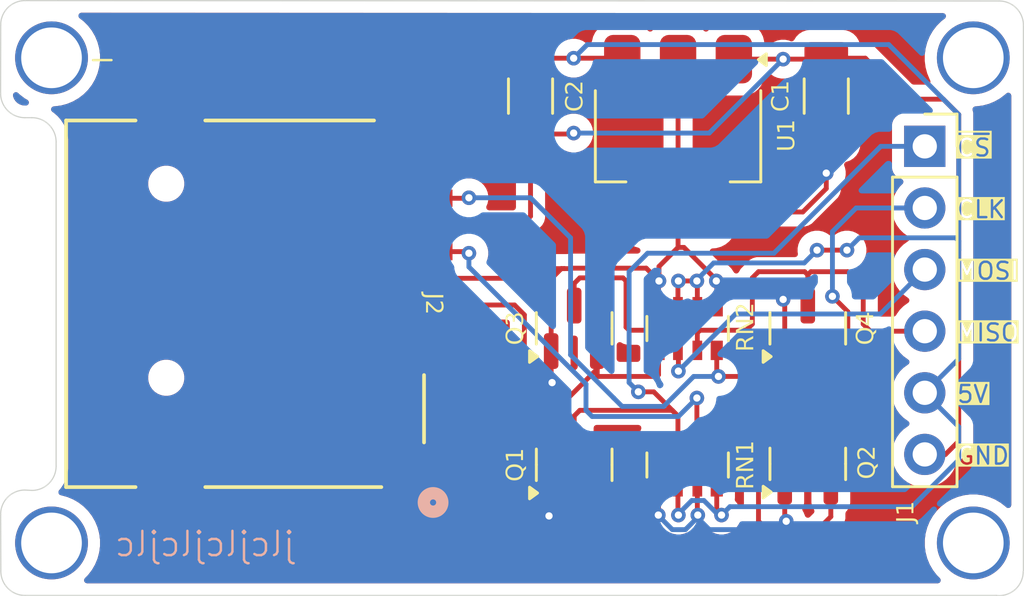
<source format=kicad_pcb>
(kicad_pcb (version 20241229) (generator "pcbnew") (generator_version "9.0")
  (title_block (title "SDCARD Adapter") (date "2025-01-25"))
  (layers (0 "F.Cu" signal) (2 "B.Cu" signal) (13 "F.Paste" user) (15 "B.Paste" user) (5 "F.SilkS" user "F.Silkscreen") (7 "B.SilkS" user "B.Silkscreen") (1 "F.Mask" user) (3 "B.Mask" user) (25 "Edge.Cuts" user))
  (net 0 "")
  (net 1 "GND")
  (net 2 "+3V3")
  (net 3 "+5V")
  (net 4 "MOSI")
  (net 5 "CLK")
  (net 6 "~{CS}")
  (net 7 "MISO")
  (net 8 "D0_LLS")
  (net 9 "DI_LLS")
  (net 10 "CS_LLS")
  (net 13 "SCK_LLS")
  (footprint "Package_TO_SOT_SMD:SOT-23" (layer "F.Cu") (at 58.755792 44.463758 90)
    (property "Reference" "Q2" (at 0.0595 2.47 270) (layer "F.SilkS") (effects (font (size 0.7 0.7) (thickness 0.1))))
    (property "Value" "BSS138")
    (fp_line (start 0 -1.56) (end 0.65 -1.56) (stroke (width 0.12)) (layer "F.SilkS"))
    (fp_line (start 0 -1.56) (end -0.65 -1.56) (stroke (width 0.12)) (layer "F.SilkS"))
    (fp_line (start 0 1.56) (end 0.65 1.56) (stroke (width 0.12)) (layer "F.SilkS"))
    (fp_line (start 0 1.56) (end -0.65 1.56) (stroke (width 0.12)) (layer "F.SilkS"))
    (fp_poly (pts (xy -1.1625 -1.51) (xy -1.4025 -1.84) (xy -0.9225 -1.84) (xy -1.1625 -1.51)) (stroke (width 0.12)) (fill yes) (layer "F.SilkS"))
    (pad "1" smd roundrect (at -0.9375 -0.95 90) (size 1.475 0.6) (layers "F.Cu" "F.Mask" "F.Paste") (net 2 "+3V3"))
    (pad "2" smd roundrect (at -0.9375 0.95 90) (size 1.475 0.6) (layers "F.Cu" "F.Mask" "F.Paste") (net 13 "SCK_LLS"))
    (pad "3" smd roundrect (at 0.9375 0 90) (size 1.475 0.6) (layers "F.Cu" "F.Mask" "F.Paste") (net 5 "CLK"))
  )
  (footprint "Package_TO_SOT_SMD:SOT-23" (layer "F.Cu") (at 58.755792 38.875758 90)
    (property "Reference" "Q4" (at 0 2.404 270) (layer "F.SilkS") (effects (font (size 0.7 0.7) (thickness 0.1))))
    (property "Value" "BSS138")
    (fp_line (start 0 -1.56) (end 0.65 -1.56) (stroke (width 0.12)) (layer "F.SilkS"))
    (fp_line (start 0 -1.56) (end -0.65 -1.56) (stroke (width 0.12)) (layer "F.SilkS"))
    (fp_line (start 0 1.56) (end 0.65 1.56) (stroke (width 0.12)) (layer "F.SilkS"))
    (fp_line (start 0 1.56) (end -0.65 1.56) (stroke (width 0.12)) (layer "F.SilkS"))
    (fp_poly (pts (xy -1.1625 -1.51) (xy -1.4025 -1.84) (xy -0.9225 -1.84) (xy -1.1625 -1.51)) (stroke (width 0.12)) (fill yes) (layer "F.SilkS"))
    (pad "1" smd roundrect (at -0.9375 -0.95 90) (size 1.475 0.6) (layers "F.Cu" "F.Mask" "F.Paste") (net 2 "+3V3"))
    (pad "2" smd roundrect (at -0.9375 0.95 90) (size 1.475 0.6) (layers "F.Cu" "F.Mask" "F.Paste") (net 8 "D0_LLS"))
    (pad "3" smd roundrect (at 0.9375 0 90) (size 1.475 0.6) (layers "F.Cu" "F.Mask" "F.Paste") (net 7 "MISO"))
  )
  (footprint "Package_TO_SOT_SMD:SOT-23" (layer "F.Cu") (at 49.125792 44.501758 90)
    (property "Reference" "Q1" (at 0 -2.4 270) (layer "F.SilkS") (effects (font (size 0.7 0.7) (thickness 0.1))))
    (property "Value" "BSS138")
    (fp_line (start 0 -1.56) (end 0.65 -1.56) (stroke (width 0.12)) (layer "F.SilkS"))
    (fp_line (start 0 -1.56) (end -0.65 -1.56) (stroke (width 0.12)) (layer "F.SilkS"))
    (fp_line (start 0 1.56) (end 0.65 1.56) (stroke (width 0.12)) (layer "F.SilkS"))
    (fp_line (start 0 1.56) (end -0.65 1.56) (stroke (width 0.12)) (layer "F.SilkS"))
    (fp_poly (pts (xy -1.1625 -1.51) (xy -1.4025 -1.84) (xy -0.9225 -1.84) (xy -1.1625 -1.51)) (stroke (width 0.12)) (fill yes) (layer "F.SilkS"))
    (pad "1" smd roundrect (at -0.9375 -0.95 90) (size 1.475 0.6) (layers "F.Cu" "F.Mask" "F.Paste") (net 2 "+3V3"))
    (pad "2" smd roundrect (at -0.9375 0.95 90) (size 1.475 0.6) (layers "F.Cu" "F.Mask" "F.Paste") (net 10 "CS_LLS"))
    (pad "3" smd roundrect (at 0.9375 0 90) (size 1.475 0.6) (layers "F.Cu" "F.Mask" "F.Paste") (net 6 "~{CS}"))
  )
  (footprint "components:CONN9_MSD-1_CUD" (layer "F.Cu") (at 35.556894 37.863558 -90)
    (property "Reference" "J2" (at 0 -7.751699 270) (layer "F.SilkS") (effects (font (size 0.7 0.7) (thickness 0.1))))
    (property "Value" "Micro_SD_Card_Det1")
    (fp_line (start -7.5565 7.378703) (end -7.5565 4.514494) (stroke (width 0.1524)) (layer "F.SilkS"))
    (fp_line (start 7.5565 7.378703) (end -7.5565 7.378703) (stroke (width 0.1524)) (layer "F.SilkS"))
    (fp_line (start 7.5565 4.514494) (end 7.5565 7.378703) (stroke (width 0.1524)) (layer "F.SilkS"))
    (fp_line (start -7.5565 1.639214) (end -7.5565 -5.317564) (stroke (width 0.1524)) (layer "F.SilkS"))
    (fp_line (start 7.5565 -5.618956) (end 7.5565 1.639214) (stroke (width 0.1524)) (layer "F.SilkS"))
    (fp_line (start 2.938333 -7.378699) (end 5.717244 -7.378699) (stroke (width 0.1524)) (layer "F.SilkS"))
    (fp_circle (center 8.1915 -7.751699) (end 8.5725 -7.751699) (stroke (width 0.508)) (fill no) (layer "B.SilkS"))
    (pad "" np_thru_hole circle (at -4.950008 3.248302 270) (size 0.9906 0.9906) (drill 0.9906) (layers "*.Cu" "*.Mask"))
    (pad "" np_thru_hole circle (at 3.049992 3.248302 270) (size 0.9906 0.9906) (drill 0.9906) (layers "*.Cu" "*.Mask"))
    (pad "1" smd rect (at 2.249993 -7.751699 270) (size 0.7112 1.6002) (layers "F.Cu" "F.Mask" "F.Paste"))
    (pad "2" smd rect (at 1.149992 -7.751699 270) (size 0.7112 1.6002) (layers "F.Cu" "F.Mask" "F.Paste") (net 10 "CS_LLS"))
    (pad "3" smd rect (at 0.049992 -7.751699 270) (size 0.7112 1.6002) (layers "F.Cu" "F.Mask" "F.Paste") (net 9 "DI_LLS"))
    (pad "4" smd rect (at -1.050009 -7.751699 270) (size 0.7112 1.6002) (layers "F.Cu" "F.Mask" "F.Paste") (net 2 "+3V3"))
    (pad "5" smd rect (at -2.150009 -7.751699 270) (size 0.7112 1.6002) (layers "F.Cu" "F.Mask" "F.Paste") (net 13 "SCK_LLS"))
    (pad "6" smd rect (at -3.250009 -7.751699 270) (size 0.7112 1.6002) (layers "F.Cu" "F.Mask" "F.Paste") (net 1 "GND"))
    (pad "7" smd rect (at -4.35001 -7.751699 270) (size 0.7112 1.6002) (layers "F.Cu" "F.Mask" "F.Paste") (net 8 "D0_LLS"))
    (pad "8" smd rect (at -5.45001 -7.751699 270) (size 0.7112 1.6002) (layers "F.Cu" "F.Mask" "F.Paste"))
    (pad "10" smd rect (at -7.75 3.076854 270) (size 1.1938 2.2098) (layers "F.Cu" "F.Mask" "F.Paste"))
    (pad "11" smd rect (at 7.75 3.076854 270) (size 1.1938 2.2098) (layers "F.Cu" "F.Mask" "F.Paste"))
    (pad "12" smd rect (at -7.746902 -6.550304 270) (size 1.1938 1.8) (layers "F.Cu" "F.Mask" "F.Paste"))
    (pad "13" smd rect (at 6.850084 -6.700996 270) (size 1.6002 1.4986) (layers "F.Cu" "F.Mask" "F.Paste"))
    (pad "CD" smd rect (at -6.55001 -7.751699 270) (size 0.7112 1.6002) (layers "F.Cu" "F.Mask" "F.Paste"))
  )
  (footprint "Capacitor_SMD:C_1206_3216Metric_Pad1.33x1.80mm_HandSolder" (layer "F.Cu") (at 59.517792 29.302258 90)
    (property "Reference" "C1" (at 0 -1.85 270) (layer "F.SilkS") (effects (font (size 0.7 0.7) (thickness 0.1))))
    (property "Value" "100uF")
    (fp_line (start -0.711252 -0.91) (end 0.711252 -0.91) (stroke (width 0.12)) (layer "F.SilkS"))
    (fp_line (start -0.711252 0.91) (end 0.711252 0.91) (stroke (width 0.12)) (layer "F.SilkS"))
    (pad "1" smd roundrect (at -1.5625 0 90) (size 1.325 1.8) (layers "F.Cu" "F.Mask" "F.Paste") (roundrect_rratio 0.188679) (net 2 "+3V3"))
    (pad "2" smd roundrect (at 1.5625 0 90) (size 1.325 1.8) (layers "F.Cu" "F.Mask" "F.Paste") (roundrect_rratio 0.188679) (net 1 "GND"))
  )
  (footprint "Resistor_SMD:R_Array_Convex_4x0603" (layer "F.Cu") (at 53.802792 38.884258 -90)
    (property "Reference" "RN2" (at -0.057 -2.413 90) (layer "F.SilkS") (effects (font (size 0.7 0.7) (thickness 0.1))))
    (property "Value" "10k")
    (fp_line (start 0.5 1.68) (end -0.5 1.68) (stroke (width 0.12)) (layer "F.SilkS"))
    (fp_line (start 0.5 -1.68) (end -0.5 -1.68) (stroke (width 0.12)) (layer "F.SilkS"))
    (pad "1" smd rect (at -0.9 -1.2 270) (size 0.8 0.5) (layers "F.Cu" "F.Mask" "F.Paste") (net 2 "+3V3"))
    (pad "2" smd rect (at -0.9 -0.4 270) (size 0.8 0.4) (layers "F.Cu" "F.Mask" "F.Paste") (net 3 "+5V"))
    (pad "3" smd rect (at -0.9 0.4 270) (size 0.8 0.4) (layers "F.Cu" "F.Mask" "F.Paste") (net 3 "+5V"))
    (pad "4" smd rect (at -0.9 1.2 270) (size 0.8 0.5) (layers "F.Cu" "F.Mask" "F.Paste") (net 2 "+3V3"))
    (pad "5" smd rect (at 0.9 1.2 270) (size 0.8 0.5) (layers "F.Cu" "F.Mask" "F.Paste") (net 9 "DI_LLS"))
    (pad "6" smd rect (at 0.9 0.4 270) (size 0.8 0.4) (layers "F.Cu" "F.Mask" "F.Paste") (net 4 "MOSI"))
    (pad "7" smd rect (at 0.9 -0.4 270) (size 0.8 0.4) (layers "F.Cu" "F.Mask" "F.Paste") (net 7 "MISO"))
    (pad "8" smd rect (at 0.9 -1.2 270) (size 0.8 0.5) (layers "F.Cu" "F.Mask" "F.Paste") (net 8 "D0_LLS"))
  )
  (footprint "Capacitor_SMD:C_1206_3216Metric_Pad1.33x1.80mm_HandSolder" (layer "F.Cu") (at 47.325792 29.302258 -90)
    (property "Reference" "C2" (at 0 -1.85 90) (layer "F.SilkS") (effects (font (size 0.7 0.7) (thickness 0.1))))
    (property "Value" "100uF")
    (fp_line (start -0.711252 0.91) (end 0.711252 0.91) (stroke (width 0.12)) (layer "F.SilkS"))
    (fp_line (start -0.711252 -0.91) (end 0.711252 -0.91) (stroke (width 0.12)) (layer "F.SilkS"))
    (pad "1" smd roundrect (at -1.5625 0 270) (size 1.325 1.8) (layers "F.Cu" "F.Mask" "F.Paste") (roundrect_rratio 0.188679) (net 3 "+5V"))
    (pad "2" smd roundrect (at 1.5625 0 270) (size 1.325 1.8) (layers "F.Cu" "F.Mask" "F.Paste") (roundrect_rratio 0.188679) (net 1 "GND"))
  )
  (footprint "components:sdcard-socket" (layer "F.Cu") (at 63.578692 31.373705)
    (property "Reference" "J1" (at -0.7589 15.073553 90) (layer "F.SilkS") (effects (font (size 0.7 0.7) (thickness 0.1))))
    (property "Value" "SDCARD")
    (fp_line (start -34.29 -3.556) (end -33.528 -3.556) (stroke (width 0.1) (type dash)) (layer "F.SilkS"))
    (fp_line (start -1.33 1.27) (end -1.33 14.03) (stroke (width 0.12)) (layer "F.SilkS"))
    (fp_line (start -1.33 1.27) (end 1.33 1.27) (stroke (width 0.12)) (layer "F.SilkS"))
    (fp_line (start -1.33 14.03) (end 1.33 14.03) (stroke (width 0.12)) (layer "F.SilkS"))
    (fp_line (start 0 -1.33) (end 1.33 -1.33) (stroke (width 0.12)) (layer "F.SilkS"))
    (fp_line (start 1.33 -1.33) (end 1.33 0) (stroke (width 0.12)) (layer "F.SilkS"))
    (fp_line (start 1.33 1.27) (end 1.33 14.03) (stroke (width 0.12)) (layer "F.SilkS"))
    (pad "" np_thru_hole circle (at -36 -3.65) (size 3 3) (drill 2.5) (layers "*.Cu" "*.Mask"))
    (pad "" np_thru_hole circle (at -36 16.35) (size 3 3) (drill 2.5) (layers "*.Cu" "*.Mask"))
    (pad "" np_thru_hole circle (at 2 -3.65) (size 3 3) (drill 2.5) (layers "*.Cu" "*.Mask"))
    (pad "" np_thru_hole circle (at 2 16.35) (size 3 3) (drill 2.5) (layers "*.Cu" "*.Mask"))
    (pad "1" thru_hole rect (at 0 0) (size 1.7 1.7) (drill 1) (layers "*.Cu" "*.Mask") (net 6 "~{CS}"))
    (pad "2" thru_hole oval (at 0 2.54) (size 1.7 1.7) (drill 1) (layers "*.Cu" "*.Mask") (net 5 "CLK"))
    (pad "3" thru_hole oval (at 0 5.08) (size 1.7 1.7) (drill 1) (layers "*.Cu" "*.Mask") (net 4 "MOSI"))
    (pad "4" thru_hole oval (at 0 7.62) (size 1.7 1.7) (drill 1) (layers "*.Cu" "*.Mask") (net 7 "MISO"))
    (pad "5" thru_hole oval (at 0 10.16) (size 1.7 1.7) (drill 1) (layers "*.Cu" "*.Mask") (net 3 "+5V"))
    (pad "6" thru_hole oval (at 0 12.7) (size 1.7 1.7) (drill 1) (layers "*.Cu" "*.Mask") (net 1 "GND"))
  )
  (footprint "Package_TO_SOT_SMD:SOT-223-3_TabPin2" (layer "F.Cu") (at 53.407792 30.928258 -90)
    (property "Reference" "U1" (at 0 -4.5 90) (layer "F.SilkS") (effects (font (size 0.7 0.7) (thickness 0.1))))
    (property "Value" "AMS1117-3.3")
    (fp_line (start -1.85 3.41) (end 1.91 3.41) (stroke (width 0.12)) (layer "F.SilkS"))
    (fp_line (start 1.91 3.41) (end 1.91 2.15) (stroke (width 0.12)) (layer "F.SilkS"))
    (fp_line (start -1.85 -3.41) (end 1.91 -3.41) (stroke (width 0.12)) (layer "F.SilkS"))
    (fp_line (start 1.91 -3.41) (end 1.91 -2.15) (stroke (width 0.12)) (layer "F.SilkS"))
    (fp_poly (pts (xy -3.13 -3.31) (xy -3.37 -3.64) (xy -2.89 -3.64) (xy -3.13 -3.31)) (stroke (width 0.12)) (fill yes) (layer "F.SilkS"))
    (pad "1" smd roundrect (at -3.15 -2.3 270) (size 2 1.5) (layers "F.Cu" "F.Mask" "F.Paste") (net 1 "GND"))
    (pad "2" smd roundrect (at -3.15 0 270) (size 2 1.5) (layers "F.Cu" "F.Mask" "F.Paste") (net 2 "+3V3"))
    (pad "2" smd roundrect (at 3.15 0 270) (size 2 3.8) (layers "F.Cu" "F.Mask" "F.Paste") (net 2 "+3V3"))
    (pad "3" smd roundrect (at -3.15 2.3 270) (size 2 1.5) (layers "F.Cu" "F.Mask" "F.Paste") (net 3 "+5V"))
  )
  (footprint "Resistor_SMD:R_Array_Convex_4x0603" (layer "F.Cu") (at 53.802792 44.510258 -90)
    (property "Reference" "RN1" (at 0 -2.413 90) (layer "F.SilkS") (effects (font (size 0.7 0.7) (thickness 0.1))))
    (property "Value" "10k")
    (fp_line (start 0.5 1.68) (end -0.5 1.68) (stroke (width 0.12)) (layer "F.SilkS"))
    (fp_line (start 0.5 -1.68) (end -0.5 -1.68) (stroke (width 0.12)) (layer "F.SilkS"))
    (pad "1" smd rect (at -0.9 -1.2 270) (size 0.8 0.5) (layers "F.Cu" "F.Mask" "F.Paste") (net 5 "CLK"))
    (pad "2" smd rect (at -0.9 -0.4 270) (size 0.8 0.4) (layers "F.Cu" "F.Mask" "F.Paste") (net 13 "SCK_LLS"))
    (pad "3" smd rect (at -0.9 0.4 270) (size 0.8 0.4) (layers "F.Cu" "F.Mask" "F.Paste") (net 6 "~{CS}"))
    (pad "4" smd rect (at -0.9 1.2 270) (size 0.8 0.5) (layers "F.Cu" "F.Mask" "F.Paste") (net 10 "CS_LLS"))
    (pad "5" smd rect (at 0.9 1.2 270) (size 0.8 0.5) (layers "F.Cu" "F.Mask" "F.Paste") (net 2 "+3V3"))
    (pad "6" smd rect (at 0.9 0.4 270) (size 0.8 0.4) (layers "F.Cu" "F.Mask" "F.Paste") (net 3 "+5V"))
    (pad "7" smd rect (at 0.9 -0.4 270) (size 0.8 0.4) (layers "F.Cu" "F.Mask" "F.Paste") (net 2 "+3V3"))
    (pad "8" smd rect (at 0.9 -1.2 270) (size 0.8 0.5) (layers "F.Cu" "F.Mask" "F.Paste") (net 3 "+5V"))
  )
  (footprint "Package_TO_SOT_SMD:SOT-23" (layer "F.Cu") (at 49.125792 38.875758 90)
    (property "Reference" "Q3" (at 0 -2.4 270) (layer "F.SilkS") (effects (font (size 0.7 0.7) (thickness 0.1))))
    (property "Value" "BSS138")
    (fp_line (start 0 -1.56) (end 0.65 -1.56) (stroke (width 0.12)) (layer "F.SilkS"))
    (fp_line (start 0 -1.56) (end -0.65 -1.56) (stroke (width 0.12)) (layer "F.SilkS"))
    (fp_line (start 0 1.56) (end 0.65 1.56) (stroke (width 0.12)) (layer "F.SilkS"))
    (fp_line (start 0 1.56) (end -0.65 1.56) (stroke (width 0.12)) (layer "F.SilkS"))
    (fp_poly (pts (xy -1.1625 -1.51) (xy -1.4025 -1.84) (xy -0.9225 -1.84) (xy -1.1625 -1.51)) (stroke (width 0.12)) (fill yes) (layer "F.SilkS"))
    (pad "1" smd roundrect (at -0.9375 -0.95 90) (size 1.475 0.6) (layers "F.Cu" "F.Mask" "F.Paste") (net 2 "+3V3"))
    (pad "2" smd roundrect (at -0.9375 0.95 90) (size 1.475 0.6) (layers "F.Cu" "F.Mask" "F.Paste") (net 9 "DI_LLS"))
    (pad "3" smd roundrect (at 0.9375 0 90) (size 1.475 0.6) (layers "F.Cu" "F.Mask" "F.Paste") (net 4 "MOSI"))
  )
  (gr_line (start 66.534725 49.887843) (end 26.489725 49.887843) (stroke (width 0.05)) (layer "Edge.Cuts"))
  (gr_line (start 26.495584 25.365258) (end 66.645792 25.381258) (stroke (width 0.05)) (layer "Edge.Cuts"))
  (gr_line (start 26.767792 45.558258) (end 26.481791 45.542131) (stroke (width 0.05)) (layer "Edge.Cuts"))
  (gr_line (start 25.483999 26.365191) (end 25.479584 29.191258) (stroke (width 0.05)) (layer "Edge.Cuts"))
  (gr_arc (start 66.645792 25.381258) (mid 67.352899 25.674151) (end 67.645792 26.381258) (stroke (width 0.05)) (layer "Edge.Cuts"))
  (gr_arc (start 25.483999 26.365191) (mid 25.781 25.654) (end 26.495584 25.365258) (stroke (width 0.05)) (layer "Edge.Cuts"))
  (gr_line (start 26.479584 30.191258) (end 26.767792 30.191258) (stroke (width 0.05)) (layer "Edge.Cuts"))
  (gr_arc (start 26.489725 49.887843) (mid 25.778533 49.590842) (end 25.489792 48.876258) (stroke (width 0.05)) (layer "Edge.Cuts"))
  (gr_line (start 25.481792 46.558258) (end 25.489792 48.876258) (stroke (width 0.05)) (layer "Edge.Cuts"))
  (gr_line (start 27.767792 31.191258) (end 27.767792 44.558258) (stroke (width 0.05)) (layer "Edge.Cuts"))
  (gr_arc (start 26.767792 30.191258) (mid 27.474899 30.484151) (end 27.767792 31.191258) (stroke (width 0.05)) (layer "Edge.Cuts"))
  (gr_arc (start 26.479584 30.191258) (mid 25.772477 29.898365) (end 25.479584 29.191258) (stroke (width 0.05)) (layer "Edge.Cuts"))
  (gr_arc (start 25.481792 46.558258) (mid 25.76896 45.840741) (end 26.481791 45.542131) (stroke (width 0.05)) (layer "Edge.Cuts"))
  (gr_arc (start 67.635965 48.903843) (mid 67.30552 49.642251) (end 66.534725 49.887842) (stroke (width 0.05)) (layer "Edge.Cuts"))
  (gr_line (start 67.645725 48.903843) (end 67.645792 26.381258) (stroke (width 0.05)) (layer "Edge.Cuts"))
  (gr_arc (start 27.767792 44.558258) (mid 27.474899 45.265365) (end 26.767792 45.558258) (stroke (width 0.05)) (layer "Edge.Cuts"))
  (gr_text "MISO" (at 64.851792 39.462258 0) (layer "F.SilkS" knockout) (effects (font (size 0.7 0.7) (thickness 0.1)) (justify left bottom)))
  (gr_text "~{CS}" (at 64.851792 31.842258 0) (layer "F.SilkS" knockout) (effects (font (size 0.7 0.7) (thickness 0.1)) (justify left bottom)))
  (gr_text "5V" (at 64.851792 42.002258 0) (layer "F.SilkS" knockout) (effects (font (size 0.7 0.7) (thickness 0.1)) (justify left bottom)))
  (gr_text "CLK" (at 64.851792 34.382258 0) (layer "F.SilkS" knockout) (effects (font (size 0.7 0.7) (thickness 0.1)) (justify left bottom)))
  (gr_text "GND" (at 64.851792 44.542258 0) (layer "F.SilkS" knockout) (effects (font (size 0.7 0.7) (thickness 0.1)) (justify left bottom)))
  (gr_text "MOSI" (at 64.851792 36.922258 0) (layer "F.SilkS" knockout) (effects (font (size 0.7 0.7) (thickness 0.1)) (justify left bottom)))
  (gr_text "jlcjlcjlcjlc" (at 37.673792 48.352258 0) (layer "B.SilkS") (effects (font (size 1 1) (thickness 0.1)) (justify left bottom mirror)))
  (segment (start 64.978792 43.526258) (end 64.978792 30.064258) (width 0.2) (layer "F.Cu") (net 1))
  (segment (start 64.343792 29.429258) (end 62.819792 29.429258) (width 0.2) (layer "F.Cu") (net 1))
  (segment (start 49.065292 30.864758) (end 49.103792 30.826258) (width 0.2) (layer "F.Cu") (net 1))
  (segment (start 47.325792 34.255258) (end 46.944792 34.636258) (width 0.2) (layer "F.Cu") (net 1))
  (segment (start 59.479292 27.778258) (end 59.517792 27.739758) (width 0.2) (layer "F.Cu") (net 1))
  (segment (start 57.739792 27.778258) (end 59.479292 27.778258) (width 0.2) (layer "F.Cu") (net 1))
  (segment (start 63.578692 44.073705) (end 64.431345 44.073705) (width 0.2) (layer "F.Cu") (net 1))
  (segment (start 47.325792 30.864758) (end 47.325792 34.255258) (width 0.2) (layer "F.Cu") (net 1))
  (segment (start 61.130292 27.739758) (end 59.517792 27.739758) (width 0.2) (layer "F.Cu") (net 1))
  (segment (start 64.978792 30.064258) (end 64.343792 29.429258) (width 0.2) (layer "F.Cu") (net 1))
  (segment (start 46.944792 34.636258) (end 46.922083 34.613549) (width 0.2) (layer "F.Cu") (net 1))
  (segment (start 62.819792 29.429258) (end 61.130292 27.739758) (width 0.2) (layer "F.Cu") (net 1))
  (segment (start 64.431345 44.073705) (end 64.978792 43.526258) (width 0.2) (layer "F.Cu") (net 1))
  (segment (start 46.922083 34.613549) (end 43.308593 34.613549) (width 0.2) (layer "F.Cu") (net 1))
  (segment (start 47.325792 30.864758) (end 49.065292 30.864758) (width 0.2) (layer "F.Cu") (net 1))
  (segment (start 55.707792 27.778258) (end 57.739792 27.778258) (width 0.2) (layer "F.Cu") (net 1))
  (via (at 49.103792 30.826258) (size 0.6) (drill 0.3) (layers "F.Cu" "B.Cu") (net 1))
  (via (at 57.739792 27.778258) (size 0.6) (drill 0.3) (layers "F.Cu" "B.Cu") (net 1))
  (segment (start 54.691792 30.826258) (end 57.739792 27.778258) (width 0.2) (layer "B.Cu") (net 1))
  (segment (start 49.103792 30.826258) (end 54.691792 30.826258) (width 0.2) (layer "B.Cu") (net 1))
  (segment (start 57.805792 37.750258) (end 57.739792 37.684258) (width 0.2) (layer "F.Cu") (net 2))
  (segment (start 48.175792 46.521258) (end 48.087792 46.609258) (width 0.2) (layer "F.Cu") (net 2))
  (segment (start 58.551792 34.078258) (end 53.407792 34.078258) (width 0.2) (layer "F.Cu") (net 2))
  (segment (start 48.175792 39.813258) (end 48.175792 41.074258) (width 0.2) (layer "F.Cu") (net 2))
  (segment (start 54.983795 36.922258) (end 54.983795 36.873732) (width 0.2) (layer "F.Cu") (net 2))
  (segment (start 52.621789 36.325261) (end 52.621789 36.922258) (width 0.2) (layer "F.Cu") (net 2))
  (segment (start 54.983795 36.873732) (end 53.649321 35.539258) (width 0.2) (layer "F.Cu") (net 2))
  (segment (start 48.995792 36.395258) (end 52.094789 36.395258) (width 0.2) (layer "F.Cu") (net 2))
  (segment (start 57.805792 46.767258) (end 57.866792 46.828258) (width 0.2) (layer "F.Cu") (net 2))
  (segment (start 54.221795 46.574258) (end 54.202792 46.555255) (width 0.2) (layer "F.Cu") (net 2))
  (segment (start 47.833792 36.414258) (end 48.722792 36.414258) (width 0.2) (layer "F.Cu") (net 2))
  (segment (start 53.407792 34.078258) (end 53.407792 35.539258) (width 0.2) (layer "F.Cu") (net 2))
  (segment (start 52.602792 37.984258) (end 52.602792 36.941255) (width 0.2) (layer "F.Cu") (net 2))
  (segment (start 52.602792 46.566255) (end 52.594789 46.574258) (width 0.2) (layer "F.Cu") (net 2))
  (segment (start 59.517792 30.864758) (end 59.517792 32.477258) (width 0.2) (layer "F.Cu") (net 2))
  (segment (start 53.407792 27.778258) (end 53.407792 34.078258) (width 0.2) (layer "F.Cu") (net 2))
  (segment (start 48.595792 36.414258) (end 48.722792 36.414258) (width 0.2) (layer "F.Cu") (net 2))
  (segment (start 43.308593 36.813549) (end 47.434501 36.813549) (width 0.2) (layer "F.Cu") (net 2))
  (segment (start 47.434501 36.813549) (end 47.833792 36.414258) (width 0.2) (layer "F.Cu") (net 2))
  (segment (start 57.805792 39.813258) (end 57.805792 37.750258) (width 0.2) (layer "F.Cu") (net 2))
  (segment (start 48.722792 36.414258) (end 48.976792 36.414258) (width 0.2) (layer "F.Cu") (net 2))
  (segment (start 48.175792 39.813258) (end 48.175792 36.834258) (width 0.2) (layer "F.Cu") (net 2))
  (segment (start 52.602792 36.941255) (end 52.621789 36.922258) (width 0.2) (layer "F.Cu") (net 2))
  (segment (start 48.175792 45.439258) (end 48.175792 46.521258) (width 0.2) (layer "F.Cu") (net 2))
  (segment (start 55.002792 36.941255) (end 54.983795 36.922258) (width 0.2) (layer "F.Cu") (net 2))
  (segment (start 59.517792 32.477258) (end 59.517792 33.112258) (width 0.2) (layer "F.Cu") (net 2))
  (segment (start 52.094789 36.395258) (end 52.621789 36.922258) (width 0.2) (layer "F.Cu") (net 2))
  (segment (start 59.517792 33.112258) (end 58.551792 34.078258) (width 0.2) (layer "F.Cu") (net 2))
  (segment (start 48.175792 36.834258) (end 48.595792 36.414258) (width 0.2) (layer "F.Cu") (net 2))
  (segment (start 55.002792 37.984258) (end 55.002792 36.941255) (width 0.2) (layer "F.Cu") (net 2))
  (segment (start 48.976792 36.414258) (end 48.995792 36.395258) (width 0.2) (layer "F.Cu") (net 2))
  (segment (start 54.202792 46.555255) (end 54.202792 45.410258) (width 0.2) (layer "F.Cu") (net 2))
  (segment (start 53.649321 35.539258) (end 53.407792 35.539258) (width 0.2) (layer "F.Cu") (net 2))
  (segment (start 57.805792 45.401258) (end 57.805792 46.767258) (width 0.2) (layer "F.Cu") (net 2))
  (segment (start 52.602792 45.410258) (end 52.602792 46.566255) (width 0.2) (layer "F.Cu") (net 2))
  (segment (start 48.175792 41.074258) (end 48.214792 41.113258) (width 0.2) (layer "F.Cu") (net 2))
  (segment (start 53.407792 35.539258) (end 52.621789 36.325261) (width 0.2) (layer "F.Cu") (net 2))
  (via (at 52.594789 46.574258) (size 0.6) (drill 0.3) (layers "F.Cu" "B.Cu") (net 2))
  (via (at 52.621789 36.922258) (size 0.6) (drill 0.3) (layers "F.Cu" "B.Cu") (net 2))
  (via (at 48.087792 46.609258) (size 0.6) (drill 0.3) (layers "F.Cu" "B.Cu") (net 2))
  (via (at 48.214792 41.113258) (size 0.6) (drill 0.3) (layers "F.Cu" "B.Cu") (net 2))
  (via (at 57.739792 37.684258) (size 0.6) (drill 0.3) (layers "F.Cu" "B.Cu") (net 2))
  (via (at 57.866792 46.828258) (size 0.6) (drill 0.3) (layers "F.Cu" "B.Cu") (net 2))
  (via (at 54.983795 36.922258) (size 0.6) (drill 0.3) (layers "F.Cu" "B.Cu") (net 2))
  (via (at 54.221795 46.574258) (size 0.6) (drill 0.3) (layers "F.Cu" "B.Cu") (net 2))
  (via (at 59.517792 32.477258) (size 0.6) (drill 0.3) (layers "F.Cu" "B.Cu") (net 2))
  (segment (start 53.173263 47.174258) (end 53.710792 47.174258) (width 0.2) (layer "B.Cu") (net 2))
  (segment (start 48.214792 41.113258) (end 48.214792 46.482258) (width 0.2) (layer "B.Cu") (net 2))
  (segment (start 48.087792 47.209258) (end 48.087792 46.609258) (width 0.2) (layer "B.Cu") (net 2))
  (segment (start 53.710792 47.174258) (end 54.221795 46.663255) (width 0.2) (layer "B.Cu") (net 2))
  (segment (start 54.221795 46.574258) (end 54.221795 46.69879) (width 0.2) (layer "B.Cu") (net 2))
  (segment (start 52.594789 46.595784) (end 53.173263 47.174258) (width 0.2) (layer "B.Cu") (net 2))
  (segment (start 48.341792 47.463258) (end 48.087792 47.209258) (width 0.2) (layer "B.Cu") (net 2))
  (segment (start 54.983795 36.922258) (end 56.977792 36.922258) (width 0.2) (layer "B.Cu") (net 2))
  (segment (start 52.594789 46.574258) (end 51.705789 47.463258) (width 0.2) (layer "B.Cu") (net 2))
  (segment (start 56.977792 36.922258) (end 57.739792 37.684258) (width 0.2) (layer "B.Cu") (net 2))
  (segment (start 54.221795 46.663255) (end 54.221795 46.574258) (width 0.2) (layer "B.Cu") (net 2))
  (segment (start 57.520792 47.174258) (end 57.866792 46.828258) (width 0.2) (layer "B.Cu") (net 2))
  (segment (start 54.221795 46.69879) (end 54.697263 47.174258) (width 0.2) (layer "B.Cu") (net 2))
  (segment (start 54.697263 47.174258) (end 57.520792 47.174258) (width 0.2) (layer "B.Cu") (net 2))
  (segment (start 51.705789 47.463258) (end 48.341792 47.463258) (width 0.2) (layer "B.Cu") (net 2))
  (segment (start 52.594789 46.574258) (end 52.594789 46.595784) (width 0.2) (layer "B.Cu") (net 2))
  (segment (start 48.214792 46.482258) (end 48.087792 46.609258) (width 0.2) (layer "B.Cu") (net 2))
  (segment (start 53.421792 36.922258) (end 54.183792 36.922258) (width 0.2) (layer "F.Cu") (net 3))
  (segment (start 53.402792 36.941258) (end 53.421792 36.922258) (width 0.2) (layer "F.Cu") (net 3))
  (segment (start 55.002792 46.377258) (end 55.199792 46.574258) (width 0.2) (layer "F.Cu") (net 3))
  (segment (start 54.202792 37.984258) (end 54.202792 36.941258) (width 0.2) (layer "F.Cu") (net 3))
  (segment (start 59.136792 35.652258) (end 60.371792 35.652258) (width 0.2) (layer "F.Cu") (net 3))
  (segment (start 53.402792 37.984258) (end 53.402792 36.941258) (width 0.2) (layer "F.Cu") (net 3))
  (segment (start 49.103792 27.739758) (end 51.069292 27.739758) (width 0.2) (layer "F.Cu") (net 3))
  (segment (start 53.421792 46.574258) (end 53.402792 46.555258) (width 0.2) (layer "F.Cu") (net 3))
  (segment (start 51.069292 27.739758) (end 51.107792 27.778258) (width 0.2) (layer "F.Cu") (net 3))
  (segment (start 55.002792 45.410258) (end 55.002792 46.377258) (width 0.2) (layer "F.Cu") (net 3))
  (segment (start 47.325792 27.739758) (end 49.103792 27.739758) (width 0.2) (layer "F.Cu") (net 3))
  (segment (start 53.402792 46.555258) (end 53.402792 45.410258) (width 0.2) (layer "F.Cu") (net 3))
  (segment (start 54.202792 36.941258) (end 54.183792 36.922258) (width 0.2) (layer "F.Cu") (net 3))
  (via (at 60.371792 35.652258) (size 0.6) (drill 0.3) (layers "F.Cu" "B.Cu") (net 3))
  (via (at 59.136792 35.652258) (size 0.6) (drill 0.3) (layers "F.Cu" "B.Cu") (net 3))
  (via (at 54.183792 36.922258) (size 0.6) (drill 0.3) (layers "F.Cu" "B.Cu") (net 3))
  (via (at 53.421792 36.922258) (size 0.6) (drill 0.3) (layers "F.Cu" "B.Cu") (net 3))
  (via (at 53.421792 46.574258) (size 0.6) (drill 0.3) (layers "F.Cu" "B.Cu") (net 3))
  (via (at 49.103792 27.739758) (size 0.6) (drill 0.3) (layers "F.Cu" "B.Cu") (net 3))
  (via (at 55.199792 46.574258) (size 0.6) (drill 0.3) (layers "F.Cu" "B.Cu") (net 3))
  (segment (start 64.978792 40.133605) (end 64.978792 35.652258) (width 0.2) (layer "B.Cu") (net 3))
  (segment (start 64.978792 35.271258) (end 64.978792 35.652258) (width 0.2) (layer "B.Cu") (net 3))
  (segment (start 58.609792 36.179258) (end 59.136792 35.652258) (width 0.2) (layer "B.Cu") (net 3))
  (segment (start 64.978792 35.652258) (end 64.978792 30.064258) (width 0.2) (layer "B.Cu") (net 3))
  (segment (start 49.665292 27.178258) (end 49.103792 27.739758) (width 0.2) (layer "B.Cu") (net 3))
  (segment (start 60.371792 35.652258) (end 60.879792 35.144258) (width 0.2) (layer "B.Cu") (net 3))
  (segment (start 63.578692 41.533705) (end 64.978792 42.933805) (width 0.2) (layer "B.Cu") (net 3))
  (segment (start 63.050485 46.228258) (end 55.545792 46.228258) (width 0.2) (layer "B.Cu") (net 3))
  (segment (start 63.578692 41.533705) (end 64.978792 40.133605) (width 0.2) (layer "B.Cu") (net 3))
  (segment (start 64.978792 30.064258) (end 62.092792 27.178258) (width 0.2) (layer "B.Cu") (net 3))
  (segment (start 54.183792 36.922258) (end 54.183792 36.873732) (width 0.2) (layer "B.Cu") (net 3))
  (segment (start 53.421792 46.525732) (end 53.973266 45.974258) (width 0.2) (layer "B.Cu") (net 3))
  (segment (start 54.183792 36.873732) (end 54.878266 36.179258) (width 0.2) (layer "B.Cu") (net 3))
  (segment (start 55.072792 46.574258) (end 55.199792 46.574258) (width 0.2) (layer "B.Cu") (net 3))
  (segment (start 54.472792 45.974258) (end 55.072792 46.574258) (width 0.2) (layer "B.Cu") (net 3))
  (segment (start 60.879792 35.144258) (end 64.851792 35.144258) (width 0.2) (layer "B.Cu") (net 3))
  (segment (start 53.973266 45.974258) (end 54.472792 45.974258) (width 0.2) (layer "B.Cu") (net 3))
  (segment (start 55.545792 46.228258) (end 55.199792 46.574258) (width 0.2) (layer "B.Cu") (net 3))
  (segment (start 64.851792 35.144258) (end 64.978792 35.271258) (width 0.2) (layer "B.Cu") (net 3))
  (segment (start 54.878266 36.179258) (end 58.609792 36.179258) (width 0.2) (layer "B.Cu") (net 3))
  (segment (start 64.978792 42.933805) (end 64.978792 44.299951) (width 0.2) (layer "B.Cu") (net 3))
  (segment (start 53.421792 46.574258) (end 53.421792 46.525732) (width 0.2) (layer "B.Cu") (net 3))
  (segment (start 64.978792 44.299951) (end 63.050485 46.228258) (width 0.2) (layer "B.Cu") (net 3))
  (segment (start 62.092792 27.178258) (end 49.665292 27.178258) (width 0.2) (layer "B.Cu") (net 3))
  (segment (start 53.421792 40.640258) (end 53.421792 39.803258) (width 0.2) (layer "F.Cu") (net 4))
  (segment (start 53.402792 39.062258) (end 53.294792 38.954258) (width 0.2) (layer "F.Cu") (net 4))
  (segment (start 49.357792 36.795258) (end 49.125792 37.027258) (width 0.2) (layer "F.Cu") (net 4))
  (segment (start 51.389792 38.954258) (end 51.262792 38.827258) (width 0.2) (layer "F.Cu") (net 4))
  (segment (start 51.135792 36.795258) (end 49.357792 36.795258) (width 0.2) (layer "F.Cu") (net 4))
  (segment (start 53.294792 38.954258) (end 51.389792 38.954258) (width 0.2) (layer "F.Cu") (net 4))
  (segment (start 51.262792 38.827258) (end 51.262792 36.922258) (width 0.2) (layer "F.Cu") (net 4))
  (segment (start 53.421792 39.803258) (end 53.402792 39.784258) (width 0.2) (layer "F.Cu") (net 4))
  (segment (start 53.402792 39.784258) (end 53.402792 39.062258) (width 0.2) (layer "F.Cu") (net 4))
  (segment (start 51.262792 36.922258) (end 51.135792 36.795258) (width 0.2) (layer "F.Cu") (net 4))
  (segment (start 49.125792 37.027258) (end 49.125792 37.938258) (width 0.2) (layer "F.Cu") (net 4))
  (via (at 53.421792 40.640258) (size 0.6) (drill 0.3) (layers "F.Cu" "B.Cu") (net 4))
  (segment (start 55.777792 38.284258) (end 53.421792 40.640258) (width 0.2) (layer "B.Cu") (net 4))
  (segment (start 61.967139 38.065258) (end 61.748139 38.284258) (width 0.2) (layer "B.Cu") (net 4))
  (segment (start 61.748139 38.284258) (end 55.777792 38.284258) (width 0.2) (layer "B.Cu") (net 4))
  (segment (start 63.578692 36.453705) (end 61.967139 38.065258) (width 0.2) (layer "B.Cu") (net 4))
  (segment (start 58.755792 43.526258) (end 58.755792 42.383258) (width 0.2) (layer "F.Cu") (net 5))
  (segment (start 60.406792 38.192258) (end 59.771792 37.557258) (width 0.2) (layer "F.Cu") (net 5))
  (segment (start 60.406792 42.256258) (end 60.406792 38.192258) (width 0.2) (layer "F.Cu") (net 5))
  (segment (start 58.628792 42.256258) (end 55.199792 42.256258) (width 0.2) (layer "F.Cu") (net 5))
  (segment (start 58.755792 42.383258) (end 58.628792 42.256258) (width 0.2) (layer "F.Cu") (net 5))
  (segment (start 55.002792 42.453258) (end 55.002792 43.610258) (width 0.2) (layer "F.Cu") (net 5))
  (segment (start 55.199792 42.256258) (end 55.002792 42.453258) (width 0.2) (layer "F.Cu") (net 5))
  (segment (start 58.628792 42.256258) (end 60.406792 42.256258) (width 0.2) (layer "F.Cu") (net 5))
  (via (at 59.771792 37.557258) (size 0.6) (drill 0.3) (layers "F.Cu" "B.Cu") (net 5))
  (segment (start 59.771792 34.890258) (end 60.748345 33.913705) (width 0.2) (layer "B.Cu") (net 5))
  (segment (start 59.771792 37.557258) (end 59.771792 34.890258) (width 0.2) (layer "B.Cu") (net 5))
  (segment (start 60.748345 33.913705) (end 63.578692 33.913705) (width 0.2) (layer "B.Cu") (net 5))
  (segment (start 53.402792 43.610258) (end 53.402792 42.491258) (width 0.2) (layer "F.Cu") (net 6))
  (segment (start 53.402792 42.491258) (end 53.167792 42.256258) (width 0.2) (layer "F.Cu") (net 6))
  (segment (start 49.125792 42.532258) (end 49.125792 43.564258) (width 0.2) (layer "F.Cu") (net 6))
  (segment (start 49.103792 42.510258) (end 49.125792 42.532258) (width 0.2) (layer "F.Cu") (net 6))
  (segment (start 49.357792 42.256258) (end 49.103792 42.510258) (width 0.2) (layer "F.Cu") (net 6))
  (segment (start 51.770792 41.494258) (end 52.405792 41.494258) (width 0.2) (layer "F.Cu") (net 6))
  (segment (start 53.167792 42.256258) (end 49.357792 42.256258) (width 0.2) (layer "F.Cu") (net 6))
  (segment (start 52.405792 41.494258) (end 53.402792 42.491258) (width 0.2) (layer "F.Cu") (net 6))
  (via (at 51.770792 41.494258) (size 0.6) (drill 0.3) (layers "F.Cu" "B.Cu") (net 6))
  (segment (start 51.389792 36.541258) (end 52.151792 35.779258) (width 0.2) (layer "B.Cu") (net 6))
  (segment (start 51.389792 40.259258) (end 51.389792 36.541258) (width 0.2) (layer "B.Cu") (net 6))
  (segment (start 51.643792 41.367258) (end 51.770792 41.494258) (width 0.2) (layer "B.Cu") (net 6))
  (segment (start 51.389792 40.259258) (end 51.389792 41.113258) (width 0.2) (layer "B.Cu") (net 6))
  (segment (start 61.764345 31.373705) (end 63.578692 31.373705) (width 0.2) (layer "B.Cu") (net 6))
  (segment (start 51.389792 41.113258) (end 51.643792 41.367258) (width 0.2) (layer "B.Cu") (net 6))
  (segment (start 52.151792 35.779258) (end 57.358792 35.779258) (width 0.2) (layer "B.Cu") (net 6))
  (segment (start 57.358792 35.779258) (end 61.764345 31.373705) (width 0.2) (layer "B.Cu") (net 6))
  (segment (start 58.755792 36.668258) (end 58.628792 36.541258) (width 0.2) (layer "F.Cu") (net 7))
  (segment (start 54.202792 39.062258) (end 54.202792 39.784258) (width 0.2) (layer "F.Cu") (net 7))
  (segment (start 56.215792 38.954258) (end 54.310792 38.954258) (width 0.2) (layer "F.Cu") (net 7))
  (segment (start 60.406792 36.541258) (end 61.041792 37.176258) (width 0.2) (layer "F.Cu") (net 7))
  (segment (start 56.469792 36.795258) (end 56.469792 38.700258) (width 0.2) (layer "F.Cu") (net 7))
  (segment (start 56.469792 38.700258) (end 56.215792 38.954258) (width 0.2) (layer "F.Cu") (net 7))
  (segment (start 61.041792 37.176258) (end 61.041792 38.700258) (width 0.2) (layer "F.Cu") (net 7))
  (segment (start 61.041792 38.700258) (end 61.335239 38.993705) (width 0.2) (layer "F.Cu") (net 7))
  (segment (start 61.335239 38.993705) (end 63.578692 38.993705) (width 0.2) (layer "F.Cu") (net 7))
  (segment (start 58.882792 36.541258) (end 60.406792 36.541258) (width 0.2) (layer "F.Cu") (net 7))
  (segment (start 54.310792 38.954258) (end 54.202792 39.062258) (width 0.2) (layer "F.Cu") (net 7))
  (segment (start 58.755792 37.938258) (end 58.755792 36.668258) (width 0.2) (layer "F.Cu") (net 7))
  (segment (start 58.755792 36.668258) (end 58.882792 36.541258) (width 0.2) (layer "F.Cu") (net 7))
  (segment (start 58.628792 36.541258) (end 56.723792 36.541258) (width 0.2) (layer "F.Cu") (net 7))
  (segment (start 56.723792 36.541258) (end 56.469792 36.795258) (width 0.2) (layer "F.Cu") (net 7))
  (segment (start 43.308593 33.513548) (end 44.765502 33.513548) (width 0.2) (layer "F.Cu") (net 8))
  (segment (start 44.765502 33.513548) (end 44.785792 33.493258) (width 0.2) (layer "F.Cu") (net 8))
  (segment (start 55.002792 40.789258) (end 55.072792 40.859258) (width 0.2) (layer "F.Cu") (net 8))
  (segment (start 59.705792 39.813258) (end 59.705792 40.798258) (width 0.2) (layer "F.Cu") (net 8))
  (segment (start 59.644792 40.859258) (end 59.705792 40.798258) (width 0.2) (layer "F.Cu") (net 8))
  (segment (start 55.072792 40.859258) (end 59.644792 40.859258) (width 0.2) (layer "F.Cu") (net 8))
  (segment (start 55.002792 39.784258) (end 55.002792 40.789258) (width 0.2) (layer "F.Cu") (net 8))
  (via (at 55.072792 40.859258) (size 0.6) (drill 0.3) (layers "F.Cu" "B.Cu") (net 8))
  (via (at 44.785792 33.493258) (size 0.6) (drill 0.3) (layers "F.Cu" "B.Cu") (net 8))
  (segment (start 44.785792 33.493258) (end 47.325792 33.493258) (width 0.2) (layer "B.Cu") (net 8))
  (segment (start 54.051321 40.859258) (end 55.072792 40.859258) (width 0.2) (layer "B.Cu") (net 8))
  (segment (start 48.976792 39.970257) (end 50.754792 41.748257) (width 0.2) (layer "B.Cu") (net 8))
  (segment (start 50.754792 41.748258) (end 51.100792 42.094258) (width 0.2) (layer "B.Cu") (net 8))
  (segment (start 52.816321 42.094258) (end 54.051321 40.859258) (width 0.2) (layer "B.Cu") (net 8))
  (segment (start 48.976792 35.144258) (end 48.976792 39.970257) (width 0.2) (layer "B.Cu") (net 8))
  (segment (start 50.754792 41.748257) (end 50.754792 41.748258) (width 0.2) (layer "B.Cu") (net 8))
  (segment (start 47.325792 33.493258) (end 48.976792 35.144258) (width 0.2) (layer "B.Cu") (net 8))
  (segment (start 51.100792 42.094258) (end 52.816321 42.094258) (width 0.2) (layer "B.Cu") (net 8))
  (segment (start 50.119792 39.807258) (end 50.075792 39.851258) (width 0.2) (layer "F.Cu") (net 9))
  (segment (start 50.119792 40.859258) (end 50.075792 40.815258) (width 0.2) (layer "F.Cu") (net 9))
  (segment (start 52.602792 40.789258) (end 52.532792 40.859258) (width 0.2) (layer "F.Cu") (net 9))
  (segment (start 47.071792 38.319258) (end 46.666084 37.91355) (width 0.2) (layer "F.Cu") (net 9))
  (segment (start 47.071792 40.859258) (end 47.071792 38.319258) (width 0.2) (layer "F.Cu") (net 9))
  (segment (start 47.925792 41.713258) (end 47.071792 40.859258) (width 0.2) (layer "F.Cu") (net 9))
  (segment (start 52.602792 39.784258) (end 52.602792 40.789258) (width 0.2) (layer "F.Cu") (net 9))
  (segment (start 46.666084 37.91355) (end 43.308593 37.91355) (width 0.2) (layer "F.Cu") (net 9))
  (segment (start 50.075792 40.815258) (end 50.075792 39.813258) (width 0.2) (layer "F.Cu") (net 9))
  (segment (start 48.913291 41.713258) (end 47.925792 41.713258) (width 0.2) (layer "F.Cu") (net 9))
  (segment (start 52.532792 40.859258) (end 50.119792 40.859258) (width 0.2) (layer "F.Cu") (net 9))
  (segment (start 50.075792 39.813258) (end 50.075792 40.550757) (width 0.2) (layer "F.Cu") (net 9))
  (segment (start 50.075792 40.550757) (end 48.913291 41.713258) (width 0.2) (layer "F.Cu") (net 9))
  (segment (start 52.602792 44.345258) (end 52.405792 44.542258) (width 0.2) (layer "F.Cu") (net 10))
  (segment (start 52.602792 43.610258) (end 52.602792 44.345258) (width 0.2) (layer "F.Cu") (net 10))
  (segment (start 52.405792 44.542258) (end 51.643792 44.542258) (width 0.2) (layer "F.Cu") (net 10))
  (segment (start 44.845084 39.01355) (end 45.166792 39.335258) (width 0.2) (layer "F.Cu") (net 10))
  (segment (start 51.389792 46.955258) (end 51.135792 47.209258) (width 0.2) (layer "F.Cu") (net 10))
  (segment (start 51.135792 47.209258) (end 49.865792 47.209258) (width 0.2) (layer "F.Cu") (net 10))
  (segment (start 50.075792 46.999258) (end 50.075792 45.439258) (width 0.2) (layer "F.Cu") (net 10))
  (segment (start 45.166792 46.828258) (end 45.547792 47.209258) (width 0.2) (layer "F.Cu") (net 10))
  (segment (start 49.865792 47.209258) (end 50.075792 46.999258) (width 0.2) (layer "F.Cu") (net 10))
  (segment (start 45.547792 47.209258) (end 49.865792 47.209258) (width 0.2) (layer "F.Cu") (net 10))
  (segment (start 51.643792 44.542258) (end 51.389792 44.796258) (width 0.2) (layer "F.Cu") (net 10))
  (segment (start 43.308593 39.01355) (end 44.845084 39.01355) (width 0.2) (layer "F.Cu") (net 10))
  (segment (start 51.389792 44.796258) (end 51.389792 46.955258) (width 0.2) (layer "F.Cu") (net 10))
  (segment (start 45.166792 39.335258) (end 45.166792 46.828258) (width 0.2) (layer "F.Cu") (net 10))
  (segment (start 57.323792 47.428258) (end 56.723792 46.828258) (width 0.2) (layer "F.Cu") (net 13))
  (segment (start 56.469792 44.542258) (end 54.310792 44.542258) (width 0.2) (layer "F.Cu") (net 13))
  (segment (start 54.202792 44.434258) (end 54.202792 43.610258) (width 0.2) (layer "F.Cu") (net 13))
  (segment (start 54.310792 44.542258) (end 54.202792 44.434258) (width 0.2) (layer "F.Cu") (net 13))
  (segment (start 56.723792 46.828258) (end 56.723792 44.796258) (width 0.2) (layer "F.Cu") (net 13))
  (segment (start 44.720083 35.713549) (end 44.785792 35.779258) (width 0.2) (layer "F.Cu") (net 13))
  (segment (start 56.723792 44.796258) (end 56.469792 44.542258) (width 0.2) (layer "F.Cu") (net 13))
  (segment (start 54.183792 43.591258) (end 54.202792 43.610258) (width 0.2) (layer "F.Cu") (net 13))
  (segment (start 59.705792 46.640258) (end 58.917792 47.428258) (width 0.2) (layer "F.Cu") (net 13))
  (segment (start 43.308593 35.713549) (end 44.720083 35.713549) (width 0.2) (layer "F.Cu") (net 13))
  (segment (start 59.705792 45.401258) (end 59.705792 46.640258) (width 0.2) (layer "F.Cu") (net 13))
  (segment (start 54.183792 41.748258) (end 54.183792 43.591258) (width 0.2) (layer "F.Cu") (net 13))
  (segment (start 58.917792 47.428258) (end 57.323792 47.428258) (width 0.2) (layer "F.Cu") (net 13))
  (via (at 44.785792 35.779258) (size 0.6) (drill 0.3) (layers "F.Cu" "B.Cu") (net 13))
  (via (at 54.183792 41.748258) (size 0.6) (drill 0.3) (layers "F.Cu" "B.Cu") (net 13))
  (segment (start 49.611792 42.256258) (end 49.865792 42.510258) (width 0.2) (layer "B.Cu") (net 13))
  (segment (start 44.785792 35.779258) (end 44.785792 36.344943) (width 0.2) (layer "B.Cu") (net 13))
  (segment (start 44.785792 36.344943) (end 49.611792 41.170943) (width 0.2) (layer "B.Cu") (net 13))
  (segment (start 49.865792 42.510258) (end 53.421792 42.510258) (width 0.2) (layer "B.Cu") (net 13))
  (segment (start 53.421792 42.510258) (end 54.183792 41.748258) (width 0.2) (layer "B.Cu") (net 13))
  (segment (start 49.611792 41.170943) (end 49.611792 42.256258) (width 0.2) (layer "B.Cu") (net 13))
  (zone (net 0) (net_name "") (layer "F.Cu") (connect_pads (clearance 0.5)) (min_thickness 0.25) (fill yes (thermal_gap 0.5) (thermal_bridge_width 0.5) (island_removal_mode 1) (island_area_min 10))
    (polygon (pts (xy 25.481792 25.365258) (xy 67.645792 25.365258) (xy 67.645792 49.876258) (xy 25.481792 49.876258)))
  )
  (zone (net 2) (net_name "+3V3") (layer "B.Cu") (connect_pads (clearance 0.5)) (min_thickness 0.25) (fill yes (thermal_gap 0.5) (thermal_bridge_width 0.5) (island_removal_mode 1) (island_area_min 10))
    (polygon (pts (xy 25.481792 25.365258) (xy 67.645792 25.365258) (xy 67.645792 49.876258) (xy 25.481792 49.876258)))
  )
)
</source>
